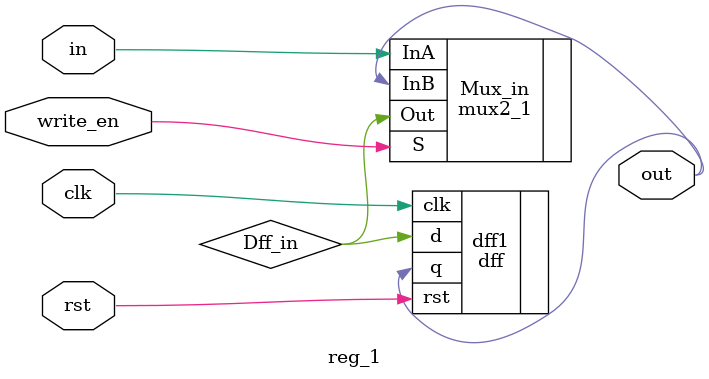
<source format=v>
module reg_1(out, in, write_en, rst, clk);
  output out;
  input in, write_en, rst, clk;

  wire Dff_in;

  mux2_1 Mux_in (.InA(in), .InB(out), .S(write_en), .Out(Dff_in));
  dff dff1 (.q(out), .d(Dff_in), .clk(clk), .rst(rst));


endmodule

</source>
